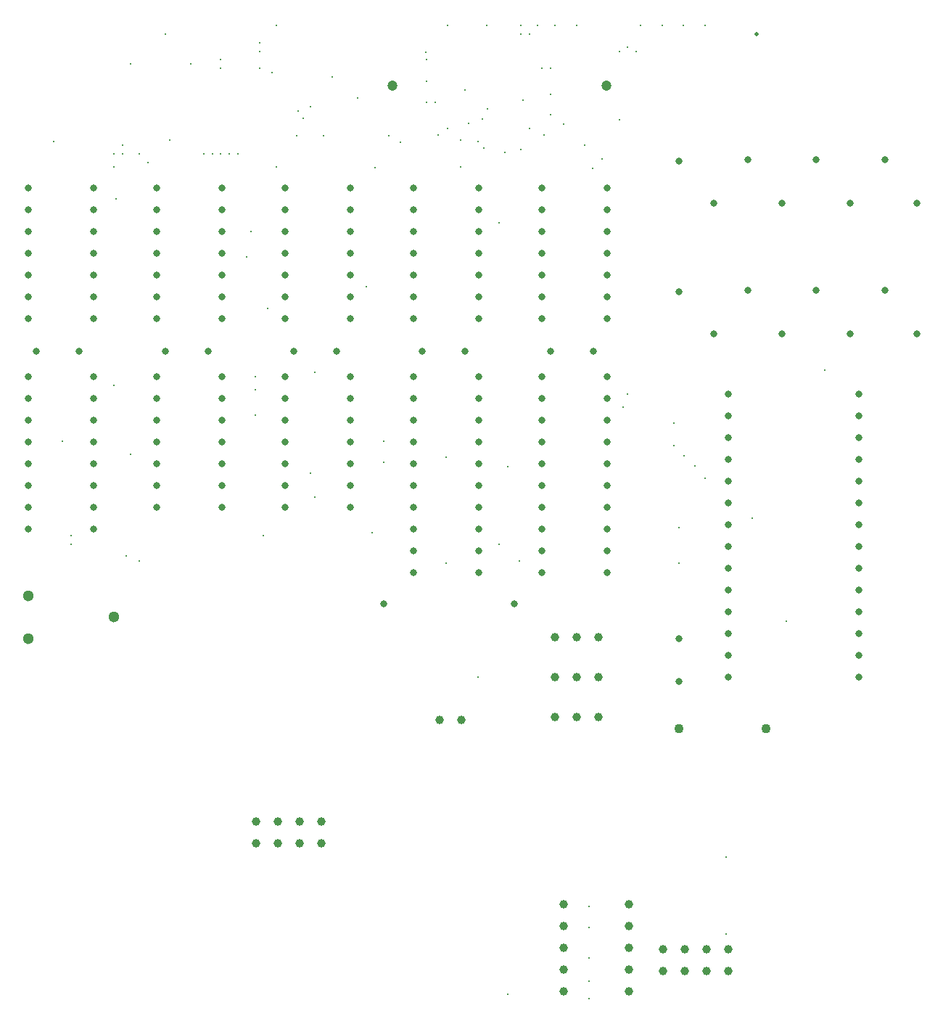
<source format=gbr>
%TF.GenerationSoftware,KiCad,Pcbnew,8.0.2*%
%TF.CreationDate,2024-05-12T21:12:16+02:00*%
%TF.ProjectId,M062.2,4d303632-2e32-42e6-9b69-6361645f7063,2*%
%TF.SameCoordinates,Original*%
%TF.FileFunction,Plated,1,2,PTH,Drill*%
%TF.FilePolarity,Positive*%
%FSLAX46Y46*%
G04 Gerber Fmt 4.6, Leading zero omitted, Abs format (unit mm)*
G04 Created by KiCad (PCBNEW 8.0.2) date 2024-05-12 21:12:16*
%MOMM*%
%LPD*%
G01*
G04 APERTURE LIST*
%TA.AperFunction,ViaDrill*%
%ADD10C,0.300000*%
%TD*%
%TA.AperFunction,ViaDrill*%
%ADD11C,0.500000*%
%TD*%
%TA.AperFunction,ComponentDrill*%
%ADD12C,0.800000*%
%TD*%
%TA.AperFunction,ComponentDrill*%
%ADD13C,1.000000*%
%TD*%
%TA.AperFunction,ComponentDrill*%
%ADD14C,1.100000*%
%TD*%
%TA.AperFunction,ComponentDrill*%
%ADD15C,1.200000*%
%TD*%
%TA.AperFunction,ComponentDrill*%
%ADD16C,1.300000*%
%TD*%
G04 APERTURE END LIST*
D10*
X104000000Y-62500000D03*
X105000000Y-97500000D03*
X106000000Y-108500000D03*
X106000000Y-109500000D03*
X111000000Y-64000000D03*
X111000000Y-65500000D03*
X111000000Y-91000000D03*
X111250000Y-69250000D03*
X112000000Y-63000000D03*
X112000000Y-64000000D03*
X112500000Y-110900000D03*
X113000000Y-53500000D03*
X113000000Y-99000000D03*
X114000000Y-64000000D03*
X114000000Y-111500000D03*
X115000000Y-65000000D03*
X117000000Y-50000000D03*
X117500000Y-62400000D03*
X120000000Y-53500000D03*
X121500000Y-64000000D03*
X122500000Y-64000000D03*
X123500000Y-53000000D03*
X123500000Y-54000000D03*
X123500000Y-64000000D03*
X124500000Y-64000000D03*
X125500000Y-64000000D03*
X126500000Y-76000000D03*
X127000000Y-73000000D03*
X127500000Y-90000000D03*
X127500000Y-91500000D03*
X127500000Y-94500000D03*
X128000000Y-51000000D03*
X128000000Y-52000000D03*
X128000000Y-54000000D03*
X128500000Y-108500000D03*
X129000000Y-82000000D03*
X129500000Y-54500000D03*
X130000000Y-49000000D03*
X130000000Y-65500000D03*
X132324265Y-61875735D03*
X132500000Y-59000000D03*
X133158174Y-59835190D03*
X134000000Y-58500000D03*
X134000000Y-101260000D03*
X134500000Y-89500000D03*
X134500000Y-104000000D03*
X135500000Y-61900000D03*
X136500000Y-55000000D03*
X139500000Y-57500000D03*
X140500000Y-79500000D03*
X141200000Y-108200000D03*
X141500000Y-65599999D03*
X142500000Y-97500000D03*
X142500000Y-100000000D03*
X143100000Y-61900000D03*
X144500000Y-62600000D03*
X147469937Y-52099188D03*
X147500000Y-53011026D03*
X147500000Y-55500000D03*
X147500000Y-58000000D03*
X148500000Y-58000000D03*
X148850001Y-61800000D03*
X149782843Y-111717157D03*
X149800000Y-99400000D03*
X150000000Y-49000000D03*
X150000000Y-61000000D03*
X151500000Y-62400000D03*
X151500000Y-65500000D03*
X152000000Y-56500000D03*
X152425000Y-60400000D03*
X153500000Y-62500000D03*
X153500000Y-125000000D03*
X154000000Y-59900000D03*
X154224265Y-63275735D03*
X154500000Y-49000000D03*
X154600000Y-58700000D03*
X156000000Y-72000000D03*
X156000000Y-109500000D03*
X156674265Y-63825735D03*
X157000000Y-100500000D03*
X157000000Y-162000000D03*
X158353797Y-111520608D03*
X158500000Y-49000000D03*
X158500000Y-50000000D03*
X158500000Y-63500000D03*
X158750765Y-57721475D03*
X159500000Y-50000000D03*
X159500000Y-61000000D03*
X160500000Y-49000000D03*
X161000000Y-54000000D03*
X161199995Y-61800000D03*
X162000000Y-54000000D03*
X162000000Y-57000000D03*
X162000000Y-59400000D03*
X162500000Y-49000000D03*
X163500000Y-60500000D03*
X165000000Y-49000000D03*
X166000000Y-63000000D03*
X166500000Y-151750000D03*
X166500000Y-154250000D03*
X166500000Y-157750000D03*
X166500000Y-160500000D03*
X166500000Y-162500000D03*
X166905589Y-65675172D03*
X168000000Y-64600000D03*
X170000000Y-60000000D03*
X170060000Y-52000000D03*
X170500000Y-93500000D03*
X171000000Y-51500000D03*
X171000000Y-92000000D03*
X172000000Y-52000000D03*
X172500010Y-48999990D03*
X175000004Y-49000004D03*
X176400000Y-95400000D03*
X176400000Y-98000000D03*
X177000000Y-107600000D03*
X177000000Y-111750000D03*
X177500000Y-48999996D03*
X177600000Y-99200000D03*
X178800000Y-100400000D03*
X179999990Y-49000000D03*
X180000000Y-101800000D03*
X182500000Y-146000000D03*
X182500000Y-155000000D03*
X185500000Y-106500000D03*
X189500000Y-118500000D03*
X194000000Y-89200000D03*
D11*
X186000000Y-50000000D03*
D12*
%TO.C,U8*%
X101000000Y-68000000D03*
X101000000Y-70540000D03*
X101000000Y-73080000D03*
X101000000Y-75620000D03*
X101000000Y-78160000D03*
X101000000Y-80700000D03*
X101000000Y-83240000D03*
%TO.C,U5*%
X101000000Y-90000000D03*
X101000000Y-92540000D03*
X101000000Y-95080000D03*
X101000000Y-97620000D03*
X101000000Y-100160000D03*
X101000000Y-102700000D03*
X101000000Y-105240000D03*
X101000000Y-107780000D03*
%TO.C,C2*%
X102000000Y-87000000D03*
X107000000Y-87000000D03*
%TO.C,U8*%
X108620000Y-68000000D03*
X108620000Y-70540000D03*
X108620000Y-73080000D03*
X108620000Y-75620000D03*
X108620000Y-78160000D03*
X108620000Y-80700000D03*
X108620000Y-83240000D03*
%TO.C,U5*%
X108620000Y-90000000D03*
X108620000Y-92540000D03*
X108620000Y-95080000D03*
X108620000Y-97620000D03*
X108620000Y-100160000D03*
X108620000Y-102700000D03*
X108620000Y-105240000D03*
X108620000Y-107780000D03*
%TO.C,U1*%
X116000000Y-68000000D03*
X116000000Y-70540000D03*
X116000000Y-73080000D03*
X116000000Y-75620000D03*
X116000000Y-78160000D03*
X116000000Y-80700000D03*
X116000000Y-83240000D03*
%TO.C,U3*%
X116000000Y-90000000D03*
X116000000Y-92540000D03*
X116000000Y-95080000D03*
X116000000Y-97620000D03*
X116000000Y-100160000D03*
X116000000Y-102700000D03*
X116000000Y-105240000D03*
%TO.C,C3*%
X117000000Y-87000000D03*
X122000000Y-87000000D03*
%TO.C,U1*%
X123620000Y-68000000D03*
X123620000Y-70540000D03*
X123620000Y-73080000D03*
X123620000Y-75620000D03*
X123620000Y-78160000D03*
X123620000Y-80700000D03*
X123620000Y-83240000D03*
%TO.C,U3*%
X123620000Y-90000000D03*
X123620000Y-92540000D03*
X123620000Y-95080000D03*
X123620000Y-97620000D03*
X123620000Y-100160000D03*
X123620000Y-102700000D03*
X123620000Y-105240000D03*
%TO.C,U9*%
X131000000Y-68000000D03*
X131000000Y-70540000D03*
X131000000Y-73080000D03*
X131000000Y-75620000D03*
X131000000Y-78160000D03*
X131000000Y-80700000D03*
X131000000Y-83240000D03*
%TO.C,U6*%
X131000000Y-90000000D03*
X131000000Y-92540000D03*
X131000000Y-95080000D03*
X131000000Y-97620000D03*
X131000000Y-100160000D03*
X131000000Y-102700000D03*
X131000000Y-105240000D03*
%TO.C,C4*%
X132000000Y-87000000D03*
X137000000Y-87000000D03*
%TO.C,U9*%
X138620000Y-68000000D03*
X138620000Y-70540000D03*
X138620000Y-73080000D03*
X138620000Y-75620000D03*
X138620000Y-78160000D03*
X138620000Y-80700000D03*
X138620000Y-83240000D03*
%TO.C,U6*%
X138620000Y-90000000D03*
X138620000Y-92540000D03*
X138620000Y-95080000D03*
X138620000Y-97620000D03*
X138620000Y-100160000D03*
X138620000Y-102700000D03*
X138620000Y-105240000D03*
%TO.C,R9*%
X142500000Y-116500000D03*
%TO.C,U2*%
X146000000Y-68000000D03*
X146000000Y-70540000D03*
X146000000Y-73080000D03*
X146000000Y-75620000D03*
X146000000Y-78160000D03*
X146000000Y-80700000D03*
X146000000Y-83240000D03*
%TO.C,U10*%
X146000000Y-90000000D03*
X146000000Y-92540000D03*
X146000000Y-95080000D03*
X146000000Y-97620000D03*
X146000000Y-100160000D03*
X146000000Y-102700000D03*
X146000000Y-105240000D03*
X146000000Y-107780000D03*
X146000000Y-110320000D03*
X146000000Y-112860000D03*
%TO.C,C5*%
X147000000Y-87000000D03*
X152000000Y-87000000D03*
%TO.C,U2*%
X153620000Y-68000000D03*
X153620000Y-70540000D03*
X153620000Y-73080000D03*
X153620000Y-75620000D03*
X153620000Y-78160000D03*
X153620000Y-80700000D03*
X153620000Y-83240000D03*
%TO.C,U10*%
X153620000Y-90000000D03*
X153620000Y-92540000D03*
X153620000Y-95080000D03*
X153620000Y-97620000D03*
X153620000Y-100160000D03*
X153620000Y-102700000D03*
X153620000Y-105240000D03*
X153620000Y-107780000D03*
X153620000Y-110320000D03*
X153620000Y-112860000D03*
%TO.C,R9*%
X157740000Y-116500000D03*
%TO.C,U4*%
X161000000Y-68000000D03*
X161000000Y-70540000D03*
X161000000Y-73080000D03*
X161000000Y-75620000D03*
X161000000Y-78160000D03*
X161000000Y-80700000D03*
X161000000Y-83240000D03*
%TO.C,U7*%
X161000000Y-90000000D03*
X161000000Y-92540000D03*
X161000000Y-95080000D03*
X161000000Y-97620000D03*
X161000000Y-100160000D03*
X161000000Y-102700000D03*
X161000000Y-105240000D03*
X161000000Y-107780000D03*
X161000000Y-110320000D03*
X161000000Y-112860000D03*
%TO.C,C6*%
X162000000Y-87000000D03*
X167000000Y-87000000D03*
%TO.C,U4*%
X168620000Y-68000000D03*
X168620000Y-70540000D03*
X168620000Y-73080000D03*
X168620000Y-75620000D03*
X168620000Y-78160000D03*
X168620000Y-80700000D03*
X168620000Y-83240000D03*
%TO.C,U7*%
X168620000Y-90000000D03*
X168620000Y-92540000D03*
X168620000Y-95080000D03*
X168620000Y-97620000D03*
X168620000Y-100160000D03*
X168620000Y-102700000D03*
X168620000Y-105240000D03*
X168620000Y-107780000D03*
X168620000Y-110320000D03*
X168620000Y-112860000D03*
%TO.C,R8*%
X177000000Y-64840000D03*
X177000000Y-80080000D03*
%TO.C,C7*%
X177000000Y-120500000D03*
X177000000Y-125500000D03*
%TO.C,R7*%
X181000000Y-69760000D03*
X181000000Y-85000000D03*
%TO.C,U11*%
X182760000Y-91980000D03*
X182760000Y-94520000D03*
X182760000Y-97060000D03*
X182760000Y-99600000D03*
X182760000Y-102140000D03*
X182760000Y-104680000D03*
X182760000Y-107220000D03*
X182760000Y-109760000D03*
X182760000Y-112300000D03*
X182760000Y-114840000D03*
X182760000Y-117380000D03*
X182760000Y-119920000D03*
X182760000Y-122460000D03*
X182760000Y-125000000D03*
%TO.C,R6*%
X185000000Y-64680000D03*
X185000000Y-79920000D03*
%TO.C,R5*%
X189000000Y-69760000D03*
X189000000Y-85000000D03*
%TO.C,R4*%
X193000000Y-64680000D03*
X193000000Y-79920000D03*
%TO.C,R3*%
X197000000Y-69760000D03*
X197000000Y-85000000D03*
%TO.C,U11*%
X198000000Y-91980000D03*
X198000000Y-94520000D03*
X198000000Y-97060000D03*
X198000000Y-99600000D03*
X198000000Y-102140000D03*
X198000000Y-104680000D03*
X198000000Y-107220000D03*
X198000000Y-109760000D03*
X198000000Y-112300000D03*
X198000000Y-114840000D03*
X198000000Y-117380000D03*
X198000000Y-119920000D03*
X198000000Y-122460000D03*
X198000000Y-125000000D03*
%TO.C,R2*%
X201000000Y-64680000D03*
X201000000Y-79920000D03*
%TO.C,R1*%
X204760000Y-69760000D03*
X204760000Y-85000000D03*
D13*
%TO.C,J1*%
X127650000Y-141875000D03*
X127650000Y-144415000D03*
X130190000Y-141875000D03*
X130190000Y-144415000D03*
X132730000Y-141875000D03*
X132730000Y-144415000D03*
X135270000Y-141875000D03*
X135270000Y-144415000D03*
%TO.C,JP2*%
X149000000Y-130000000D03*
X151540000Y-130000000D03*
%TO.C,JP4*%
X162475000Y-120350000D03*
%TO.C,JP3*%
X162475000Y-125000000D03*
%TO.C,JP1*%
X162475000Y-129650000D03*
%TO.C,U12*%
X163500000Y-151500000D03*
X163500000Y-154040000D03*
X163500000Y-156580000D03*
X163500000Y-159120000D03*
X163500000Y-161660000D03*
%TO.C,JP4*%
X165015000Y-120350000D03*
%TO.C,JP3*%
X165015000Y-125000000D03*
%TO.C,JP1*%
X165015000Y-129650000D03*
%TO.C,JP4*%
X167555000Y-120350000D03*
%TO.C,JP3*%
X167555000Y-125000000D03*
%TO.C,JP1*%
X167555000Y-129650000D03*
%TO.C,U12*%
X171120000Y-151500000D03*
X171120000Y-154040000D03*
X171120000Y-156580000D03*
X171120000Y-159120000D03*
X171120000Y-161660000D03*
%TO.C,J2*%
X175080000Y-156760000D03*
X175080000Y-159300000D03*
X177620000Y-156760000D03*
X177620000Y-159300000D03*
X180160000Y-156760000D03*
X180160000Y-159300000D03*
X182700000Y-156760000D03*
X182700000Y-159300000D03*
D14*
%TO.C,D1*%
X177000000Y-131000000D03*
X187160000Y-131000000D03*
D15*
%TO.C,C1*%
X143500000Y-56000000D03*
X168500000Y-56000000D03*
D16*
%TO.C,RV1*%
X101000000Y-115500000D03*
X101000000Y-120500000D03*
X111000000Y-118000000D03*
M02*

</source>
